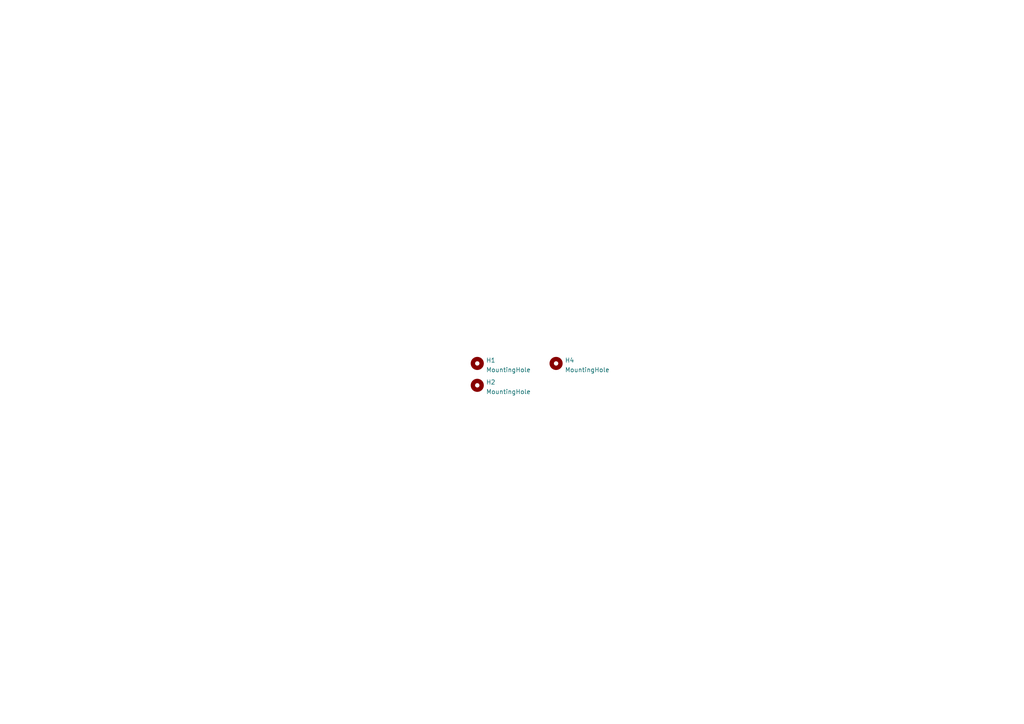
<source format=kicad_sch>
(kicad_sch (version 20211123) (generator eeschema)
  (paper "A4")
  (title_block (title "Mounting Holes") (date "2022-08-27") (rev "1.0") (company "AUTHOR: Sahil Kale"))
  (lib_symbols
    (symbol "Mechanical:MountingHole" (pin_names (offset 1.016))
      (property "Reference" "H" (at 0 5.08 0))
      (property "Value" "MountingHole" (at 0 3.175 0))
      (symbol "MountingHole_0_1"
        (circle (center 0 0) (radius 1.27) (stroke (width 1.27)))
      )
    )
  )
  (symbol (lib_id "Mechanical:MountingHole") (at 138.43 105.41 0) (unit 1)
    (property "Reference" "H1" (at 140.97 104.5015 0) (effects (justify left)))
    (property "Value" "MountingHole" (at 140.97 107.2766 0) (effects (justify left)))
    (property "Footprint" "MountingHole:MountingHole_2.1mm" (effects hide))
  )
  (symbol (lib_id "Mechanical:MountingHole") (at 161.29 105.41 0) (unit 1)
    (property "Reference" "H4" (at 163.83 104.5015 0) (effects (justify left)))
    (property "Value" "MountingHole" (at 163.83 107.2766 0) (effects (justify left)))
    (property "Footprint" "MountingHole:MountingHole_2.1mm" (effects hide))
  )
  (symbol (lib_id "Mechanical:MountingHole") (at 138.43 111.76 0) (unit 1)
    (property "Reference" "H2" (at 140.97 110.8515 0) (effects (justify left)))
    (property "Value" "MountingHole" (at 140.97 113.6266 0) (effects (justify left)))
    (property "Footprint" "MountingHole:MountingHole_2.1mm" (effects hide))
  )
)
</source>
